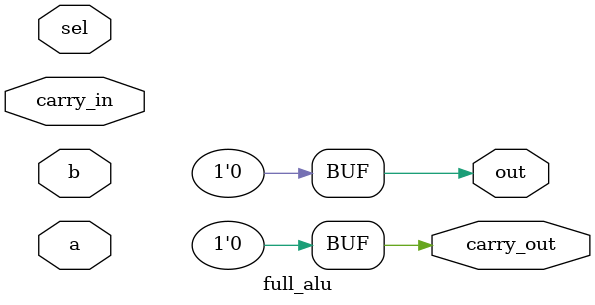
<source format=v>
module full_alu (
    input a,
    input b,
    input carry_in,
    input [1:0] sel,
    output out,
    output carry_out
);
    // Insert your RTL here to calculate the alu out and carry out bits
    // Remove these assign statements once you write your own RTL
    assign out = 1'b0;
    assign carry_out = 1'b0;
endmodule

</source>
